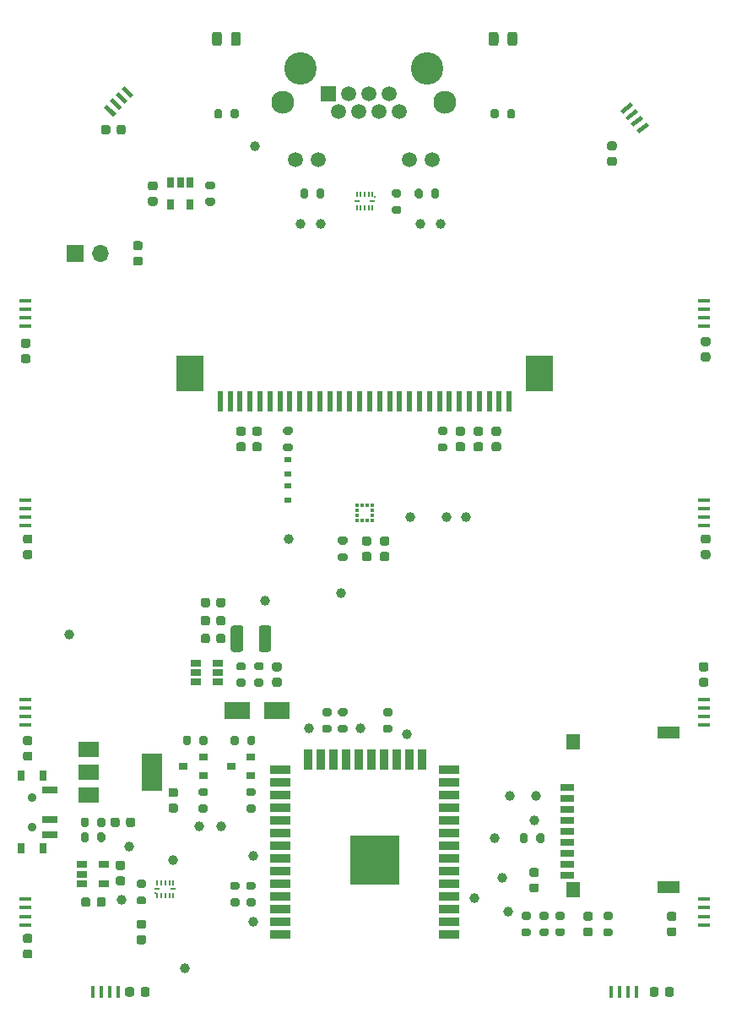
<source format=gbr>
%TF.GenerationSoftware,KiCad,Pcbnew,5.1.10*%
%TF.CreationDate,2021-11-06T23:11:44+01:00*%
%TF.ProjectId,Teebeutel,54656562-6575-4746-956c-2e6b69636164,rev?*%
%TF.SameCoordinates,Original*%
%TF.FileFunction,Soldermask,Top*%
%TF.FilePolarity,Negative*%
%FSLAX46Y46*%
G04 Gerber Fmt 4.6, Leading zero omitted, Abs format (unit mm)*
G04 Created by KiCad (PCBNEW 5.1.10) date 2021-11-06 23:11:44*
%MOMM*%
%LPD*%
G01*
G04 APERTURE LIST*
%ADD10C,1.500000*%
%ADD11C,2.300000*%
%ADD12C,3.250000*%
%ADD13R,1.500000X1.500000*%
%ADD14R,1.060000X0.650000*%
%ADD15R,2.000000X1.500000*%
%ADD16R,2.000000X3.800000*%
%ADD17C,0.100000*%
%ADD18R,0.420000X1.300000*%
%ADD19R,1.300000X0.420000*%
%ADD20R,0.650000X1.060000*%
%ADD21R,0.250000X0.150000*%
%ADD22R,0.600000X0.200000*%
%ADD23R,0.200000X0.600000*%
%ADD24C,1.000000*%
%ADD25R,0.900000X0.800000*%
%ADD26O,1.700000X1.700000*%
%ADD27R,1.700000X1.700000*%
%ADD28R,1.400000X0.700000*%
%ADD29R,1.400000X1.600000*%
%ADD30R,2.200000X1.200000*%
%ADD31R,2.500000X1.800000*%
%ADD32R,0.700000X0.600000*%
%ADD33R,2.000000X0.900000*%
%ADD34R,0.900000X2.000000*%
%ADD35R,5.000000X5.000000*%
%ADD36R,0.800000X1.000000*%
%ADD37R,1.500000X0.700000*%
%ADD38C,0.900000*%
%ADD39R,2.680000X3.600000*%
%ADD40R,0.610000X2.000000*%
%ADD41R,0.350000X0.375000*%
%ADD42R,0.375000X0.350000*%
G04 APERTURE END LIST*
%TO.C,R28*%
G36*
G01*
X140325000Y-67725000D02*
X140325000Y-68275000D01*
G75*
G02*
X140125000Y-68475000I-200000J0D01*
G01*
X139725000Y-68475000D01*
G75*
G02*
X139525000Y-68275000I0J200000D01*
G01*
X139525000Y-67725000D01*
G75*
G02*
X139725000Y-67525000I200000J0D01*
G01*
X140125000Y-67525000D01*
G75*
G02*
X140325000Y-67725000I0J-200000D01*
G01*
G37*
G36*
G01*
X141975000Y-67725000D02*
X141975000Y-68275000D01*
G75*
G02*
X141775000Y-68475000I-200000J0D01*
G01*
X141375000Y-68475000D01*
G75*
G02*
X141175000Y-68275000I0J200000D01*
G01*
X141175000Y-67725000D01*
G75*
G02*
X141375000Y-67525000I200000J0D01*
G01*
X141775000Y-67525000D01*
G75*
G02*
X141975000Y-67725000I0J-200000D01*
G01*
G37*
%TD*%
%TO.C,R27*%
G36*
G01*
X151825000Y-67725000D02*
X151825000Y-68275000D01*
G75*
G02*
X151625000Y-68475000I-200000J0D01*
G01*
X151225000Y-68475000D01*
G75*
G02*
X151025000Y-68275000I0J200000D01*
G01*
X151025000Y-67725000D01*
G75*
G02*
X151225000Y-67525000I200000J0D01*
G01*
X151625000Y-67525000D01*
G75*
G02*
X151825000Y-67725000I0J-200000D01*
G01*
G37*
G36*
G01*
X153475000Y-67725000D02*
X153475000Y-68275000D01*
G75*
G02*
X153275000Y-68475000I-200000J0D01*
G01*
X152875000Y-68475000D01*
G75*
G02*
X152675000Y-68275000I0J200000D01*
G01*
X152675000Y-67725000D01*
G75*
G02*
X152875000Y-67525000I200000J0D01*
G01*
X153275000Y-67525000D01*
G75*
G02*
X153475000Y-67725000I0J-200000D01*
G01*
G37*
%TD*%
D10*
%TO.C,J1*%
X152770000Y-64590000D03*
X150480000Y-64590000D03*
X141340000Y-64590000D03*
X139050000Y-64590000D03*
D11*
X137780000Y-58880000D03*
X154040000Y-58880000D03*
D12*
X152260000Y-55450000D03*
X139560000Y-55450000D03*
D10*
X149462000Y-59770000D03*
X147430000Y-59770000D03*
X145398000Y-59770000D03*
X143366000Y-59770000D03*
X148446000Y-57990000D03*
X146414000Y-57990000D03*
X144382000Y-57990000D03*
D13*
X142350000Y-57990000D03*
%TD*%
%TO.C,D14*%
G36*
G01*
X132580000Y-52956250D02*
X132580000Y-52043750D01*
G75*
G02*
X132823750Y-51800000I243750J0D01*
G01*
X133311250Y-51800000D01*
G75*
G02*
X133555000Y-52043750I0J-243750D01*
G01*
X133555000Y-52956250D01*
G75*
G02*
X133311250Y-53200000I-243750J0D01*
G01*
X132823750Y-53200000D01*
G75*
G02*
X132580000Y-52956250I0J243750D01*
G01*
G37*
G36*
G01*
X130705000Y-52956250D02*
X130705000Y-52043750D01*
G75*
G02*
X130948750Y-51800000I243750J0D01*
G01*
X131436250Y-51800000D01*
G75*
G02*
X131680000Y-52043750I0J-243750D01*
G01*
X131680000Y-52956250D01*
G75*
G02*
X131436250Y-53200000I-243750J0D01*
G01*
X130948750Y-53200000D01*
G75*
G02*
X130705000Y-52956250I0J243750D01*
G01*
G37*
%TD*%
%TO.C,D13*%
G36*
G01*
X160320000Y-52956250D02*
X160320000Y-52043750D01*
G75*
G02*
X160563750Y-51800000I243750J0D01*
G01*
X161051250Y-51800000D01*
G75*
G02*
X161295000Y-52043750I0J-243750D01*
G01*
X161295000Y-52956250D01*
G75*
G02*
X161051250Y-53200000I-243750J0D01*
G01*
X160563750Y-53200000D01*
G75*
G02*
X160320000Y-52956250I0J243750D01*
G01*
G37*
G36*
G01*
X158445000Y-52956250D02*
X158445000Y-52043750D01*
G75*
G02*
X158688750Y-51800000I243750J0D01*
G01*
X159176250Y-51800000D01*
G75*
G02*
X159420000Y-52043750I0J-243750D01*
G01*
X159420000Y-52956250D01*
G75*
G02*
X159176250Y-53200000I-243750J0D01*
G01*
X158688750Y-53200000D01*
G75*
G02*
X158445000Y-52956250I0J243750D01*
G01*
G37*
%TD*%
%TO.C,R26*%
G36*
G01*
X162375000Y-132325000D02*
X162375000Y-132875000D01*
G75*
G02*
X162175000Y-133075000I-200000J0D01*
G01*
X161775000Y-133075000D01*
G75*
G02*
X161575000Y-132875000I0J200000D01*
G01*
X161575000Y-132325000D01*
G75*
G02*
X161775000Y-132125000I200000J0D01*
G01*
X162175000Y-132125000D01*
G75*
G02*
X162375000Y-132325000I0J-200000D01*
G01*
G37*
G36*
G01*
X164025000Y-132325000D02*
X164025000Y-132875000D01*
G75*
G02*
X163825000Y-133075000I-200000J0D01*
G01*
X163425000Y-133075000D01*
G75*
G02*
X163225000Y-132875000I0J200000D01*
G01*
X163225000Y-132325000D01*
G75*
G02*
X163425000Y-132125000I200000J0D01*
G01*
X163825000Y-132125000D01*
G75*
G02*
X164025000Y-132325000I0J-200000D01*
G01*
G37*
%TD*%
%TO.C,R11*%
G36*
G01*
X123325000Y-138425000D02*
X123875000Y-138425000D01*
G75*
G02*
X124075000Y-138625000I0J-200000D01*
G01*
X124075000Y-139025000D01*
G75*
G02*
X123875000Y-139225000I-200000J0D01*
G01*
X123325000Y-139225000D01*
G75*
G02*
X123125000Y-139025000I0J200000D01*
G01*
X123125000Y-138625000D01*
G75*
G02*
X123325000Y-138425000I200000J0D01*
G01*
G37*
G36*
G01*
X123325000Y-136775000D02*
X123875000Y-136775000D01*
G75*
G02*
X124075000Y-136975000I0J-200000D01*
G01*
X124075000Y-137375000D01*
G75*
G02*
X123875000Y-137575000I-200000J0D01*
G01*
X123325000Y-137575000D01*
G75*
G02*
X123125000Y-137375000I0J200000D01*
G01*
X123125000Y-136975000D01*
G75*
G02*
X123325000Y-136775000I200000J0D01*
G01*
G37*
%TD*%
D14*
%TO.C,U8*%
X119800000Y-135250000D03*
X119800000Y-137150000D03*
X117600000Y-137150000D03*
X117600000Y-136200000D03*
X117600000Y-135250000D03*
%TD*%
D15*
%TO.C,U10*%
X118350000Y-123700000D03*
X118350000Y-128300000D03*
X118350000Y-126000000D03*
D16*
X124650000Y-126000000D03*
%TD*%
D17*
%TO.C,D12*%
G36*
X120793966Y-60261357D02*
G01*
X119843206Y-59374759D01*
X120129646Y-59067591D01*
X121080406Y-59954189D01*
X120793966Y-60261357D01*
G37*
G36*
X121373664Y-59639707D02*
G01*
X120422904Y-58753109D01*
X120709344Y-58445941D01*
X121660104Y-59332539D01*
X121373664Y-59639707D01*
G37*
G36*
X121953363Y-59018056D02*
G01*
X121002603Y-58131458D01*
X121289043Y-57824290D01*
X122239803Y-58710888D01*
X121953363Y-59018056D01*
G37*
G36*
X122533062Y-58396405D02*
G01*
X121582302Y-57509807D01*
X121868742Y-57202639D01*
X122819502Y-58089237D01*
X122533062Y-58396405D01*
G37*
%TD*%
D18*
%TO.C,D11*%
X173275000Y-148000000D03*
X172425000Y-148000000D03*
X171575000Y-148000000D03*
X170725000Y-148000000D03*
%TD*%
D19*
%TO.C,D10*%
X112000000Y-81275000D03*
X112000000Y-80425000D03*
X112000000Y-79575000D03*
X112000000Y-78725000D03*
%TD*%
%TO.C,D9*%
X180000000Y-138725000D03*
X180000000Y-139575000D03*
X180000000Y-140425000D03*
X180000000Y-141275000D03*
%TD*%
%TO.C,D8*%
X112000000Y-101275000D03*
X112000000Y-100425000D03*
X112000000Y-99575000D03*
X112000000Y-98725000D03*
%TD*%
%TO.C,D7*%
X180000000Y-118725000D03*
X180000000Y-119575000D03*
X180000000Y-120425000D03*
X180000000Y-121275000D03*
%TD*%
%TO.C,D6*%
X112000000Y-121275000D03*
X112000000Y-120425000D03*
X112000000Y-119575000D03*
X112000000Y-118725000D03*
%TD*%
%TO.C,D5*%
X180000000Y-98725000D03*
X180000000Y-99575000D03*
X180000000Y-100425000D03*
X180000000Y-101275000D03*
%TD*%
%TO.C,D4*%
X112000000Y-141275000D03*
X112000000Y-140425000D03*
X112000000Y-139575000D03*
X112000000Y-138725000D03*
%TD*%
%TO.C,D3*%
X180000000Y-78725000D03*
X180000000Y-79575000D03*
X180000000Y-80425000D03*
X180000000Y-81275000D03*
%TD*%
D18*
%TO.C,D2*%
X121275000Y-148000000D03*
X120425000Y-148000000D03*
X119575000Y-148000000D03*
X118725000Y-148000000D03*
%TD*%
D17*
%TO.C,D1*%
G36*
X171634263Y-59664976D02*
G01*
X172651653Y-58855707D01*
X172913109Y-59184402D01*
X171895719Y-59993671D01*
X171634263Y-59664976D01*
G37*
G36*
X172163400Y-60330193D02*
G01*
X173180790Y-59520924D01*
X173442246Y-59849619D01*
X172424856Y-60658888D01*
X172163400Y-60330193D01*
G37*
G36*
X172692538Y-60995410D02*
G01*
X173709928Y-60186141D01*
X173971384Y-60514836D01*
X172953994Y-61324105D01*
X172692538Y-60995410D01*
G37*
G36*
X173221675Y-61660627D02*
G01*
X174239065Y-60851358D01*
X174500521Y-61180053D01*
X173483131Y-61989322D01*
X173221675Y-61660627D01*
G37*
%TD*%
D14*
%TO.C,U9*%
X129100000Y-116000000D03*
X129100000Y-116950000D03*
X129100000Y-115050000D03*
X131300000Y-115050000D03*
X131300000Y-116000000D03*
X131300000Y-116950000D03*
%TD*%
D20*
%TO.C,U7*%
X128450000Y-69100000D03*
X126550000Y-69100000D03*
X126550000Y-66900000D03*
X127500000Y-66900000D03*
X128450000Y-66900000D03*
%TD*%
D21*
%TO.C,U4*%
X125025000Y-138125000D03*
D22*
X125200000Y-137700000D03*
D23*
X125200000Y-137050000D03*
X125600000Y-137050000D03*
X126000000Y-137050000D03*
X126400000Y-137050000D03*
X126800000Y-137050000D03*
D22*
X126800000Y-137700000D03*
D23*
X126800000Y-138350000D03*
X126400000Y-138350000D03*
X126000000Y-138350000D03*
X125600000Y-138350000D03*
X125200000Y-138350000D03*
%TD*%
D21*
%TO.C,U3*%
X146975000Y-68325000D03*
D22*
X146800000Y-68750000D03*
D23*
X146800000Y-69400000D03*
X146400000Y-69400000D03*
X146000000Y-69400000D03*
X145600000Y-69400000D03*
X145200000Y-69400000D03*
D22*
X145200000Y-68750000D03*
D23*
X145200000Y-68100000D03*
X145600000Y-68100000D03*
X146000000Y-68100000D03*
X146400000Y-68100000D03*
X146800000Y-68100000D03*
%TD*%
D24*
%TO.C,TP30*%
X116400000Y-112200000D03*
%TD*%
%TO.C,TP29*%
X156200000Y-100400000D03*
%TD*%
%TO.C,TP28*%
X143600000Y-108000000D03*
%TD*%
%TO.C,TP27*%
X138400000Y-102600000D03*
%TD*%
%TO.C,TP26*%
X154200000Y-100400000D03*
%TD*%
%TO.C,TP25*%
X150600000Y-100400000D03*
%TD*%
%TO.C,TP24*%
X136000000Y-108800000D03*
%TD*%
%TO.C,TP23*%
X121600000Y-138800000D03*
%TD*%
%TO.C,TP22*%
X157000000Y-138600000D03*
%TD*%
%TO.C,TP21*%
X135000000Y-63250000D03*
%TD*%
%TO.C,TP20*%
X163000000Y-130800000D03*
%TD*%
%TO.C,TP19*%
X160600000Y-128400000D03*
%TD*%
%TO.C,TP18*%
X159000000Y-132600000D03*
%TD*%
%TO.C,TP17*%
X163200000Y-128400000D03*
%TD*%
%TO.C,TP16*%
X126800000Y-134800000D03*
%TD*%
%TO.C,TP15*%
X122400000Y-133400000D03*
%TD*%
%TO.C,TP14*%
X159800000Y-136600000D03*
%TD*%
%TO.C,TP13*%
X160400000Y-140000000D03*
%TD*%
%TO.C,TP12*%
X134800000Y-141000000D03*
%TD*%
%TO.C,TP11*%
X139600000Y-71000000D03*
%TD*%
%TO.C,TP10*%
X141600000Y-71000000D03*
%TD*%
%TO.C,TP9*%
X153600000Y-71000000D03*
%TD*%
%TO.C,TP8*%
X151600000Y-71000000D03*
%TD*%
%TO.C,TP7*%
X150200000Y-122200000D03*
%TD*%
%TO.C,TP6*%
X145600000Y-121600000D03*
%TD*%
%TO.C,TP5*%
X134800000Y-134400000D03*
%TD*%
%TO.C,TP4*%
X140400000Y-121600000D03*
%TD*%
%TO.C,TP3*%
X131600000Y-131400000D03*
%TD*%
%TO.C,TP2*%
X128000000Y-145600000D03*
%TD*%
%TO.C,TP1*%
X129400000Y-131400000D03*
%TD*%
%TO.C,R25*%
G36*
G01*
X133325000Y-116625000D02*
X133875000Y-116625000D01*
G75*
G02*
X134075000Y-116825000I0J-200000D01*
G01*
X134075000Y-117225000D01*
G75*
G02*
X133875000Y-117425000I-200000J0D01*
G01*
X133325000Y-117425000D01*
G75*
G02*
X133125000Y-117225000I0J200000D01*
G01*
X133125000Y-116825000D01*
G75*
G02*
X133325000Y-116625000I200000J0D01*
G01*
G37*
G36*
G01*
X133325000Y-114975000D02*
X133875000Y-114975000D01*
G75*
G02*
X134075000Y-115175000I0J-200000D01*
G01*
X134075000Y-115575000D01*
G75*
G02*
X133875000Y-115775000I-200000J0D01*
G01*
X133325000Y-115775000D01*
G75*
G02*
X133125000Y-115575000I0J200000D01*
G01*
X133125000Y-115175000D01*
G75*
G02*
X133325000Y-114975000I200000J0D01*
G01*
G37*
%TD*%
%TO.C,R24*%
G36*
G01*
X135125000Y-116625000D02*
X135675000Y-116625000D01*
G75*
G02*
X135875000Y-116825000I0J-200000D01*
G01*
X135875000Y-117225000D01*
G75*
G02*
X135675000Y-117425000I-200000J0D01*
G01*
X135125000Y-117425000D01*
G75*
G02*
X134925000Y-117225000I0J200000D01*
G01*
X134925000Y-116825000D01*
G75*
G02*
X135125000Y-116625000I200000J0D01*
G01*
G37*
G36*
G01*
X135125000Y-114975000D02*
X135675000Y-114975000D01*
G75*
G02*
X135875000Y-115175000I0J-200000D01*
G01*
X135875000Y-115575000D01*
G75*
G02*
X135675000Y-115775000I-200000J0D01*
G01*
X135125000Y-115775000D01*
G75*
G02*
X134925000Y-115575000I0J200000D01*
G01*
X134925000Y-115175000D01*
G75*
G02*
X135125000Y-114975000I200000J0D01*
G01*
G37*
%TD*%
%TO.C,R23*%
G36*
G01*
X153525000Y-93025000D02*
X154075000Y-93025000D01*
G75*
G02*
X154275000Y-93225000I0J-200000D01*
G01*
X154275000Y-93625000D01*
G75*
G02*
X154075000Y-93825000I-200000J0D01*
G01*
X153525000Y-93825000D01*
G75*
G02*
X153325000Y-93625000I0J200000D01*
G01*
X153325000Y-93225000D01*
G75*
G02*
X153525000Y-93025000I200000J0D01*
G01*
G37*
G36*
G01*
X153525000Y-91375000D02*
X154075000Y-91375000D01*
G75*
G02*
X154275000Y-91575000I0J-200000D01*
G01*
X154275000Y-91975000D01*
G75*
G02*
X154075000Y-92175000I-200000J0D01*
G01*
X153525000Y-92175000D01*
G75*
G02*
X153325000Y-91975000I0J200000D01*
G01*
X153325000Y-91575000D01*
G75*
G02*
X153525000Y-91375000I200000J0D01*
G01*
G37*
%TD*%
%TO.C,R22*%
G36*
G01*
X138575000Y-92175000D02*
X138025000Y-92175000D01*
G75*
G02*
X137825000Y-91975000I0J200000D01*
G01*
X137825000Y-91575000D01*
G75*
G02*
X138025000Y-91375000I200000J0D01*
G01*
X138575000Y-91375000D01*
G75*
G02*
X138775000Y-91575000I0J-200000D01*
G01*
X138775000Y-91975000D01*
G75*
G02*
X138575000Y-92175000I-200000J0D01*
G01*
G37*
G36*
G01*
X138575000Y-93825000D02*
X138025000Y-93825000D01*
G75*
G02*
X137825000Y-93625000I0J200000D01*
G01*
X137825000Y-93225000D01*
G75*
G02*
X138025000Y-93025000I200000J0D01*
G01*
X138575000Y-93025000D01*
G75*
G02*
X138775000Y-93225000I0J-200000D01*
G01*
X138775000Y-93625000D01*
G75*
G02*
X138575000Y-93825000I-200000J0D01*
G01*
G37*
%TD*%
%TO.C,R21*%
G36*
G01*
X118325000Y-132225000D02*
X118325000Y-132775000D01*
G75*
G02*
X118125000Y-132975000I-200000J0D01*
G01*
X117725000Y-132975000D01*
G75*
G02*
X117525000Y-132775000I0J200000D01*
G01*
X117525000Y-132225000D01*
G75*
G02*
X117725000Y-132025000I200000J0D01*
G01*
X118125000Y-132025000D01*
G75*
G02*
X118325000Y-132225000I0J-200000D01*
G01*
G37*
G36*
G01*
X119975000Y-132225000D02*
X119975000Y-132775000D01*
G75*
G02*
X119775000Y-132975000I-200000J0D01*
G01*
X119375000Y-132975000D01*
G75*
G02*
X119175000Y-132775000I0J200000D01*
G01*
X119175000Y-132225000D01*
G75*
G02*
X119375000Y-132025000I200000J0D01*
G01*
X119775000Y-132025000D01*
G75*
G02*
X119975000Y-132225000I0J-200000D01*
G01*
G37*
%TD*%
%TO.C,R20*%
G36*
G01*
X119175000Y-131275000D02*
X119175000Y-130725000D01*
G75*
G02*
X119375000Y-130525000I200000J0D01*
G01*
X119775000Y-130525000D01*
G75*
G02*
X119975000Y-130725000I0J-200000D01*
G01*
X119975000Y-131275000D01*
G75*
G02*
X119775000Y-131475000I-200000J0D01*
G01*
X119375000Y-131475000D01*
G75*
G02*
X119175000Y-131275000I0J200000D01*
G01*
G37*
G36*
G01*
X117525000Y-131275000D02*
X117525000Y-130725000D01*
G75*
G02*
X117725000Y-130525000I200000J0D01*
G01*
X118125000Y-130525000D01*
G75*
G02*
X118325000Y-130725000I0J-200000D01*
G01*
X118325000Y-131275000D01*
G75*
G02*
X118125000Y-131475000I-200000J0D01*
G01*
X117725000Y-131475000D01*
G75*
G02*
X117525000Y-131275000I0J200000D01*
G01*
G37*
%TD*%
%TO.C,R19*%
G36*
G01*
X132555000Y-60275000D02*
X132555000Y-59725000D01*
G75*
G02*
X132755000Y-59525000I200000J0D01*
G01*
X133155000Y-59525000D01*
G75*
G02*
X133355000Y-59725000I0J-200000D01*
G01*
X133355000Y-60275000D01*
G75*
G02*
X133155000Y-60475000I-200000J0D01*
G01*
X132755000Y-60475000D01*
G75*
G02*
X132555000Y-60275000I0J200000D01*
G01*
G37*
G36*
G01*
X130905000Y-60275000D02*
X130905000Y-59725000D01*
G75*
G02*
X131105000Y-59525000I200000J0D01*
G01*
X131505000Y-59525000D01*
G75*
G02*
X131705000Y-59725000I0J-200000D01*
G01*
X131705000Y-60275000D01*
G75*
G02*
X131505000Y-60475000I-200000J0D01*
G01*
X131105000Y-60475000D01*
G75*
G02*
X130905000Y-60275000I0J200000D01*
G01*
G37*
%TD*%
%TO.C,R18*%
G36*
G01*
X160295000Y-60275000D02*
X160295000Y-59725000D01*
G75*
G02*
X160495000Y-59525000I200000J0D01*
G01*
X160895000Y-59525000D01*
G75*
G02*
X161095000Y-59725000I0J-200000D01*
G01*
X161095000Y-60275000D01*
G75*
G02*
X160895000Y-60475000I-200000J0D01*
G01*
X160495000Y-60475000D01*
G75*
G02*
X160295000Y-60275000I0J200000D01*
G01*
G37*
G36*
G01*
X158645000Y-60275000D02*
X158645000Y-59725000D01*
G75*
G02*
X158845000Y-59525000I200000J0D01*
G01*
X159245000Y-59525000D01*
G75*
G02*
X159445000Y-59725000I0J-200000D01*
G01*
X159445000Y-60275000D01*
G75*
G02*
X159245000Y-60475000I-200000J0D01*
G01*
X158845000Y-60475000D01*
G75*
G02*
X158645000Y-60275000I0J200000D01*
G01*
G37*
%TD*%
%TO.C,R17*%
G36*
G01*
X170125000Y-141625000D02*
X170675000Y-141625000D01*
G75*
G02*
X170875000Y-141825000I0J-200000D01*
G01*
X170875000Y-142225000D01*
G75*
G02*
X170675000Y-142425000I-200000J0D01*
G01*
X170125000Y-142425000D01*
G75*
G02*
X169925000Y-142225000I0J200000D01*
G01*
X169925000Y-141825000D01*
G75*
G02*
X170125000Y-141625000I200000J0D01*
G01*
G37*
G36*
G01*
X170125000Y-139975000D02*
X170675000Y-139975000D01*
G75*
G02*
X170875000Y-140175000I0J-200000D01*
G01*
X170875000Y-140575000D01*
G75*
G02*
X170675000Y-140775000I-200000J0D01*
G01*
X170125000Y-140775000D01*
G75*
G02*
X169925000Y-140575000I0J200000D01*
G01*
X169925000Y-140175000D01*
G75*
G02*
X170125000Y-139975000I200000J0D01*
G01*
G37*
%TD*%
%TO.C,R16*%
G36*
G01*
X130775000Y-67575000D02*
X130225000Y-67575000D01*
G75*
G02*
X130025000Y-67375000I0J200000D01*
G01*
X130025000Y-66975000D01*
G75*
G02*
X130225000Y-66775000I200000J0D01*
G01*
X130775000Y-66775000D01*
G75*
G02*
X130975000Y-66975000I0J-200000D01*
G01*
X130975000Y-67375000D01*
G75*
G02*
X130775000Y-67575000I-200000J0D01*
G01*
G37*
G36*
G01*
X130775000Y-69225000D02*
X130225000Y-69225000D01*
G75*
G02*
X130025000Y-69025000I0J200000D01*
G01*
X130025000Y-68625000D01*
G75*
G02*
X130225000Y-68425000I200000J0D01*
G01*
X130775000Y-68425000D01*
G75*
G02*
X130975000Y-68625000I0J-200000D01*
G01*
X130975000Y-69025000D01*
G75*
G02*
X130775000Y-69225000I-200000J0D01*
G01*
G37*
%TD*%
%TO.C,R15*%
G36*
G01*
X164275000Y-140775000D02*
X163725000Y-140775000D01*
G75*
G02*
X163525000Y-140575000I0J200000D01*
G01*
X163525000Y-140175000D01*
G75*
G02*
X163725000Y-139975000I200000J0D01*
G01*
X164275000Y-139975000D01*
G75*
G02*
X164475000Y-140175000I0J-200000D01*
G01*
X164475000Y-140575000D01*
G75*
G02*
X164275000Y-140775000I-200000J0D01*
G01*
G37*
G36*
G01*
X164275000Y-142425000D02*
X163725000Y-142425000D01*
G75*
G02*
X163525000Y-142225000I0J200000D01*
G01*
X163525000Y-141825000D01*
G75*
G02*
X163725000Y-141625000I200000J0D01*
G01*
X164275000Y-141625000D01*
G75*
G02*
X164475000Y-141825000I0J-200000D01*
G01*
X164475000Y-142225000D01*
G75*
G02*
X164275000Y-142425000I-200000J0D01*
G01*
G37*
%TD*%
%TO.C,R14*%
G36*
G01*
X165325000Y-141625000D02*
X165875000Y-141625000D01*
G75*
G02*
X166075000Y-141825000I0J-200000D01*
G01*
X166075000Y-142225000D01*
G75*
G02*
X165875000Y-142425000I-200000J0D01*
G01*
X165325000Y-142425000D01*
G75*
G02*
X165125000Y-142225000I0J200000D01*
G01*
X165125000Y-141825000D01*
G75*
G02*
X165325000Y-141625000I200000J0D01*
G01*
G37*
G36*
G01*
X165325000Y-139975000D02*
X165875000Y-139975000D01*
G75*
G02*
X166075000Y-140175000I0J-200000D01*
G01*
X166075000Y-140575000D01*
G75*
G02*
X165875000Y-140775000I-200000J0D01*
G01*
X165325000Y-140775000D01*
G75*
G02*
X165125000Y-140575000I0J200000D01*
G01*
X165125000Y-140175000D01*
G75*
G02*
X165325000Y-139975000I200000J0D01*
G01*
G37*
%TD*%
%TO.C,R13*%
G36*
G01*
X162475000Y-140775000D02*
X161925000Y-140775000D01*
G75*
G02*
X161725000Y-140575000I0J200000D01*
G01*
X161725000Y-140175000D01*
G75*
G02*
X161925000Y-139975000I200000J0D01*
G01*
X162475000Y-139975000D01*
G75*
G02*
X162675000Y-140175000I0J-200000D01*
G01*
X162675000Y-140575000D01*
G75*
G02*
X162475000Y-140775000I-200000J0D01*
G01*
G37*
G36*
G01*
X162475000Y-142425000D02*
X161925000Y-142425000D01*
G75*
G02*
X161725000Y-142225000I0J200000D01*
G01*
X161725000Y-141825000D01*
G75*
G02*
X161925000Y-141625000I200000J0D01*
G01*
X162475000Y-141625000D01*
G75*
G02*
X162675000Y-141825000I0J-200000D01*
G01*
X162675000Y-142225000D01*
G75*
G02*
X162475000Y-142425000I-200000J0D01*
G01*
G37*
%TD*%
%TO.C,R12*%
G36*
G01*
X133275000Y-137775000D02*
X132725000Y-137775000D01*
G75*
G02*
X132525000Y-137575000I0J200000D01*
G01*
X132525000Y-137175000D01*
G75*
G02*
X132725000Y-136975000I200000J0D01*
G01*
X133275000Y-136975000D01*
G75*
G02*
X133475000Y-137175000I0J-200000D01*
G01*
X133475000Y-137575000D01*
G75*
G02*
X133275000Y-137775000I-200000J0D01*
G01*
G37*
G36*
G01*
X133275000Y-139425000D02*
X132725000Y-139425000D01*
G75*
G02*
X132525000Y-139225000I0J200000D01*
G01*
X132525000Y-138825000D01*
G75*
G02*
X132725000Y-138625000I200000J0D01*
G01*
X133275000Y-138625000D01*
G75*
G02*
X133475000Y-138825000I0J-200000D01*
G01*
X133475000Y-139225000D01*
G75*
G02*
X133275000Y-139425000I-200000J0D01*
G01*
G37*
%TD*%
%TO.C,R10*%
G36*
G01*
X148025000Y-121225000D02*
X148575000Y-121225000D01*
G75*
G02*
X148775000Y-121425000I0J-200000D01*
G01*
X148775000Y-121825000D01*
G75*
G02*
X148575000Y-122025000I-200000J0D01*
G01*
X148025000Y-122025000D01*
G75*
G02*
X147825000Y-121825000I0J200000D01*
G01*
X147825000Y-121425000D01*
G75*
G02*
X148025000Y-121225000I200000J0D01*
G01*
G37*
G36*
G01*
X148025000Y-119575000D02*
X148575000Y-119575000D01*
G75*
G02*
X148775000Y-119775000I0J-200000D01*
G01*
X148775000Y-120175000D01*
G75*
G02*
X148575000Y-120375000I-200000J0D01*
G01*
X148025000Y-120375000D01*
G75*
G02*
X147825000Y-120175000I0J200000D01*
G01*
X147825000Y-119775000D01*
G75*
G02*
X148025000Y-119575000I200000J0D01*
G01*
G37*
%TD*%
%TO.C,R9*%
G36*
G01*
X143525000Y-121225000D02*
X144075000Y-121225000D01*
G75*
G02*
X144275000Y-121425000I0J-200000D01*
G01*
X144275000Y-121825000D01*
G75*
G02*
X144075000Y-122025000I-200000J0D01*
G01*
X143525000Y-122025000D01*
G75*
G02*
X143325000Y-121825000I0J200000D01*
G01*
X143325000Y-121425000D01*
G75*
G02*
X143525000Y-121225000I200000J0D01*
G01*
G37*
G36*
G01*
X143525000Y-119575000D02*
X144075000Y-119575000D01*
G75*
G02*
X144275000Y-119775000I0J-200000D01*
G01*
X144275000Y-120175000D01*
G75*
G02*
X144075000Y-120375000I-200000J0D01*
G01*
X143525000Y-120375000D01*
G75*
G02*
X143325000Y-120175000I0J200000D01*
G01*
X143325000Y-119775000D01*
G75*
G02*
X143525000Y-119575000I200000J0D01*
G01*
G37*
%TD*%
%TO.C,R8*%
G36*
G01*
X134875000Y-137775000D02*
X134325000Y-137775000D01*
G75*
G02*
X134125000Y-137575000I0J200000D01*
G01*
X134125000Y-137175000D01*
G75*
G02*
X134325000Y-136975000I200000J0D01*
G01*
X134875000Y-136975000D01*
G75*
G02*
X135075000Y-137175000I0J-200000D01*
G01*
X135075000Y-137575000D01*
G75*
G02*
X134875000Y-137775000I-200000J0D01*
G01*
G37*
G36*
G01*
X134875000Y-139425000D02*
X134325000Y-139425000D01*
G75*
G02*
X134125000Y-139225000I0J200000D01*
G01*
X134125000Y-138825000D01*
G75*
G02*
X134325000Y-138625000I200000J0D01*
G01*
X134875000Y-138625000D01*
G75*
G02*
X135075000Y-138825000I0J-200000D01*
G01*
X135075000Y-139225000D01*
G75*
G02*
X134875000Y-139425000I-200000J0D01*
G01*
G37*
%TD*%
%TO.C,R7*%
G36*
G01*
X148925000Y-69225000D02*
X149475000Y-69225000D01*
G75*
G02*
X149675000Y-69425000I0J-200000D01*
G01*
X149675000Y-69825000D01*
G75*
G02*
X149475000Y-70025000I-200000J0D01*
G01*
X148925000Y-70025000D01*
G75*
G02*
X148725000Y-69825000I0J200000D01*
G01*
X148725000Y-69425000D01*
G75*
G02*
X148925000Y-69225000I200000J0D01*
G01*
G37*
G36*
G01*
X148925000Y-67575000D02*
X149475000Y-67575000D01*
G75*
G02*
X149675000Y-67775000I0J-200000D01*
G01*
X149675000Y-68175000D01*
G75*
G02*
X149475000Y-68375000I-200000J0D01*
G01*
X148925000Y-68375000D01*
G75*
G02*
X148725000Y-68175000I0J200000D01*
G01*
X148725000Y-67775000D01*
G75*
G02*
X148925000Y-67575000I200000J0D01*
G01*
G37*
%TD*%
%TO.C,R6*%
G36*
G01*
X141925000Y-121225000D02*
X142475000Y-121225000D01*
G75*
G02*
X142675000Y-121425000I0J-200000D01*
G01*
X142675000Y-121825000D01*
G75*
G02*
X142475000Y-122025000I-200000J0D01*
G01*
X141925000Y-122025000D01*
G75*
G02*
X141725000Y-121825000I0J200000D01*
G01*
X141725000Y-121425000D01*
G75*
G02*
X141925000Y-121225000I200000J0D01*
G01*
G37*
G36*
G01*
X141925000Y-119575000D02*
X142475000Y-119575000D01*
G75*
G02*
X142675000Y-119775000I0J-200000D01*
G01*
X142675000Y-120175000D01*
G75*
G02*
X142475000Y-120375000I-200000J0D01*
G01*
X141925000Y-120375000D01*
G75*
G02*
X141725000Y-120175000I0J200000D01*
G01*
X141725000Y-119775000D01*
G75*
G02*
X141925000Y-119575000I200000J0D01*
G01*
G37*
%TD*%
%TO.C,R5*%
G36*
G01*
X134325000Y-129225000D02*
X134875000Y-129225000D01*
G75*
G02*
X135075000Y-129425000I0J-200000D01*
G01*
X135075000Y-129825000D01*
G75*
G02*
X134875000Y-130025000I-200000J0D01*
G01*
X134325000Y-130025000D01*
G75*
G02*
X134125000Y-129825000I0J200000D01*
G01*
X134125000Y-129425000D01*
G75*
G02*
X134325000Y-129225000I200000J0D01*
G01*
G37*
G36*
G01*
X134325000Y-127575000D02*
X134875000Y-127575000D01*
G75*
G02*
X135075000Y-127775000I0J-200000D01*
G01*
X135075000Y-128175000D01*
G75*
G02*
X134875000Y-128375000I-200000J0D01*
G01*
X134325000Y-128375000D01*
G75*
G02*
X134125000Y-128175000I0J200000D01*
G01*
X134125000Y-127775000D01*
G75*
G02*
X134325000Y-127575000I200000J0D01*
G01*
G37*
%TD*%
%TO.C,R4*%
G36*
G01*
X129525000Y-129225000D02*
X130075000Y-129225000D01*
G75*
G02*
X130275000Y-129425000I0J-200000D01*
G01*
X130275000Y-129825000D01*
G75*
G02*
X130075000Y-130025000I-200000J0D01*
G01*
X129525000Y-130025000D01*
G75*
G02*
X129325000Y-129825000I0J200000D01*
G01*
X129325000Y-129425000D01*
G75*
G02*
X129525000Y-129225000I200000J0D01*
G01*
G37*
G36*
G01*
X129525000Y-127575000D02*
X130075000Y-127575000D01*
G75*
G02*
X130275000Y-127775000I0J-200000D01*
G01*
X130275000Y-128175000D01*
G75*
G02*
X130075000Y-128375000I-200000J0D01*
G01*
X129525000Y-128375000D01*
G75*
G02*
X129325000Y-128175000I0J200000D01*
G01*
X129325000Y-127775000D01*
G75*
G02*
X129525000Y-127575000I200000J0D01*
G01*
G37*
%TD*%
%TO.C,R3*%
G36*
G01*
X134225000Y-123075000D02*
X134225000Y-122525000D01*
G75*
G02*
X134425000Y-122325000I200000J0D01*
G01*
X134825000Y-122325000D01*
G75*
G02*
X135025000Y-122525000I0J-200000D01*
G01*
X135025000Y-123075000D01*
G75*
G02*
X134825000Y-123275000I-200000J0D01*
G01*
X134425000Y-123275000D01*
G75*
G02*
X134225000Y-123075000I0J200000D01*
G01*
G37*
G36*
G01*
X132575000Y-123075000D02*
X132575000Y-122525000D01*
G75*
G02*
X132775000Y-122325000I200000J0D01*
G01*
X133175000Y-122325000D01*
G75*
G02*
X133375000Y-122525000I0J-200000D01*
G01*
X133375000Y-123075000D01*
G75*
G02*
X133175000Y-123275000I-200000J0D01*
G01*
X132775000Y-123275000D01*
G75*
G02*
X132575000Y-123075000I0J200000D01*
G01*
G37*
%TD*%
%TO.C,R2*%
G36*
G01*
X129425000Y-123075000D02*
X129425000Y-122525000D01*
G75*
G02*
X129625000Y-122325000I200000J0D01*
G01*
X130025000Y-122325000D01*
G75*
G02*
X130225000Y-122525000I0J-200000D01*
G01*
X130225000Y-123075000D01*
G75*
G02*
X130025000Y-123275000I-200000J0D01*
G01*
X129625000Y-123275000D01*
G75*
G02*
X129425000Y-123075000I0J200000D01*
G01*
G37*
G36*
G01*
X127775000Y-123075000D02*
X127775000Y-122525000D01*
G75*
G02*
X127975000Y-122325000I200000J0D01*
G01*
X128375000Y-122325000D01*
G75*
G02*
X128575000Y-122525000I0J-200000D01*
G01*
X128575000Y-123075000D01*
G75*
G02*
X128375000Y-123275000I-200000J0D01*
G01*
X127975000Y-123275000D01*
G75*
G02*
X127775000Y-123075000I0J200000D01*
G01*
G37*
%TD*%
%TO.C,R1*%
G36*
G01*
X144075000Y-103175000D02*
X143525000Y-103175000D01*
G75*
G02*
X143325000Y-102975000I0J200000D01*
G01*
X143325000Y-102575000D01*
G75*
G02*
X143525000Y-102375000I200000J0D01*
G01*
X144075000Y-102375000D01*
G75*
G02*
X144275000Y-102575000I0J-200000D01*
G01*
X144275000Y-102975000D01*
G75*
G02*
X144075000Y-103175000I-200000J0D01*
G01*
G37*
G36*
G01*
X144075000Y-104825000D02*
X143525000Y-104825000D01*
G75*
G02*
X143325000Y-104625000I0J200000D01*
G01*
X143325000Y-104225000D01*
G75*
G02*
X143525000Y-104025000I200000J0D01*
G01*
X144075000Y-104025000D01*
G75*
G02*
X144275000Y-104225000I0J-200000D01*
G01*
X144275000Y-104625000D01*
G75*
G02*
X144075000Y-104825000I-200000J0D01*
G01*
G37*
%TD*%
D25*
%TO.C,Q2*%
X132600000Y-125400000D03*
X134600000Y-124450000D03*
X134600000Y-126350000D03*
%TD*%
%TO.C,Q1*%
X127800000Y-125400000D03*
X129800000Y-124450000D03*
X129800000Y-126350000D03*
%TD*%
%TO.C,L1*%
G36*
G01*
X135375000Y-113675000D02*
X135375000Y-111525000D01*
G75*
G02*
X135625000Y-111275000I250000J0D01*
G01*
X136375000Y-111275000D01*
G75*
G02*
X136625000Y-111525000I0J-250000D01*
G01*
X136625000Y-113675000D01*
G75*
G02*
X136375000Y-113925000I-250000J0D01*
G01*
X135625000Y-113925000D01*
G75*
G02*
X135375000Y-113675000I0J250000D01*
G01*
G37*
G36*
G01*
X132575000Y-113675000D02*
X132575000Y-111525000D01*
G75*
G02*
X132825000Y-111275000I250000J0D01*
G01*
X133575000Y-111275000D01*
G75*
G02*
X133825000Y-111525000I0J-250000D01*
G01*
X133825000Y-113675000D01*
G75*
G02*
X133575000Y-113925000I-250000J0D01*
G01*
X132825000Y-113925000D01*
G75*
G02*
X132575000Y-113675000I0J250000D01*
G01*
G37*
%TD*%
D26*
%TO.C,J3*%
X119540000Y-74000000D03*
D27*
X117000000Y-74000000D03*
%TD*%
D28*
%TO.C,J2*%
X166300000Y-127525000D03*
X166300000Y-128625000D03*
X166300000Y-129725000D03*
X166300000Y-130825000D03*
X166300000Y-131925000D03*
X166300000Y-133025000D03*
X166300000Y-134125000D03*
X166300000Y-135225000D03*
X166300000Y-136325000D03*
D29*
X166900000Y-137775000D03*
X166900000Y-122925000D03*
D30*
X176500000Y-137525000D03*
X176500000Y-122025000D03*
%TD*%
D31*
%TO.C,D17*%
X133200000Y-119800000D03*
X137200000Y-119800000D03*
%TD*%
D32*
%TO.C,D16*%
X138300000Y-98700000D03*
X138300000Y-97300000D03*
%TD*%
%TO.C,D15*%
X138300000Y-96100000D03*
X138300000Y-94700000D03*
%TD*%
%TO.C,C32*%
G36*
G01*
X123350000Y-142325000D02*
X123850000Y-142325000D01*
G75*
G02*
X124075000Y-142550000I0J-225000D01*
G01*
X124075000Y-143000000D01*
G75*
G02*
X123850000Y-143225000I-225000J0D01*
G01*
X123350000Y-143225000D01*
G75*
G02*
X123125000Y-143000000I0J225000D01*
G01*
X123125000Y-142550000D01*
G75*
G02*
X123350000Y-142325000I225000J0D01*
G01*
G37*
G36*
G01*
X123350000Y-140775000D02*
X123850000Y-140775000D01*
G75*
G02*
X124075000Y-141000000I0J-225000D01*
G01*
X124075000Y-141450000D01*
G75*
G02*
X123850000Y-141675000I-225000J0D01*
G01*
X123350000Y-141675000D01*
G75*
G02*
X123125000Y-141450000I0J225000D01*
G01*
X123125000Y-141000000D01*
G75*
G02*
X123350000Y-140775000I225000J0D01*
G01*
G37*
%TD*%
%TO.C,C31*%
G36*
G01*
X137450000Y-115875000D02*
X136950000Y-115875000D01*
G75*
G02*
X136725000Y-115650000I0J225000D01*
G01*
X136725000Y-115200000D01*
G75*
G02*
X136950000Y-114975000I225000J0D01*
G01*
X137450000Y-114975000D01*
G75*
G02*
X137675000Y-115200000I0J-225000D01*
G01*
X137675000Y-115650000D01*
G75*
G02*
X137450000Y-115875000I-225000J0D01*
G01*
G37*
G36*
G01*
X137450000Y-117425000D02*
X136950000Y-117425000D01*
G75*
G02*
X136725000Y-117200000I0J225000D01*
G01*
X136725000Y-116750000D01*
G75*
G02*
X136950000Y-116525000I225000J0D01*
G01*
X137450000Y-116525000D01*
G75*
G02*
X137675000Y-116750000I0J-225000D01*
G01*
X137675000Y-117200000D01*
G75*
G02*
X137450000Y-117425000I-225000J0D01*
G01*
G37*
%TD*%
%TO.C,C30*%
G36*
G01*
X127050000Y-128475000D02*
X126550000Y-128475000D01*
G75*
G02*
X126325000Y-128250000I0J225000D01*
G01*
X126325000Y-127800000D01*
G75*
G02*
X126550000Y-127575000I225000J0D01*
G01*
X127050000Y-127575000D01*
G75*
G02*
X127275000Y-127800000I0J-225000D01*
G01*
X127275000Y-128250000D01*
G75*
G02*
X127050000Y-128475000I-225000J0D01*
G01*
G37*
G36*
G01*
X127050000Y-130025000D02*
X126550000Y-130025000D01*
G75*
G02*
X126325000Y-129800000I0J225000D01*
G01*
X126325000Y-129350000D01*
G75*
G02*
X126550000Y-129125000I225000J0D01*
G01*
X127050000Y-129125000D01*
G75*
G02*
X127275000Y-129350000I0J-225000D01*
G01*
X127275000Y-129800000D01*
G75*
G02*
X127050000Y-130025000I-225000J0D01*
G01*
G37*
%TD*%
%TO.C,C29*%
G36*
G01*
X118475000Y-138750000D02*
X118475000Y-139250000D01*
G75*
G02*
X118250000Y-139475000I-225000J0D01*
G01*
X117800000Y-139475000D01*
G75*
G02*
X117575000Y-139250000I0J225000D01*
G01*
X117575000Y-138750000D01*
G75*
G02*
X117800000Y-138525000I225000J0D01*
G01*
X118250000Y-138525000D01*
G75*
G02*
X118475000Y-138750000I0J-225000D01*
G01*
G37*
G36*
G01*
X120025000Y-138750000D02*
X120025000Y-139250000D01*
G75*
G02*
X119800000Y-139475000I-225000J0D01*
G01*
X119350000Y-139475000D01*
G75*
G02*
X119125000Y-139250000I0J225000D01*
G01*
X119125000Y-138750000D01*
G75*
G02*
X119350000Y-138525000I225000J0D01*
G01*
X119800000Y-138525000D01*
G75*
G02*
X120025000Y-138750000I0J-225000D01*
G01*
G37*
%TD*%
%TO.C,C28*%
G36*
G01*
X131125000Y-112850000D02*
X131125000Y-112350000D01*
G75*
G02*
X131350000Y-112125000I225000J0D01*
G01*
X131800000Y-112125000D01*
G75*
G02*
X132025000Y-112350000I0J-225000D01*
G01*
X132025000Y-112850000D01*
G75*
G02*
X131800000Y-113075000I-225000J0D01*
G01*
X131350000Y-113075000D01*
G75*
G02*
X131125000Y-112850000I0J225000D01*
G01*
G37*
G36*
G01*
X129575000Y-112850000D02*
X129575000Y-112350000D01*
G75*
G02*
X129800000Y-112125000I225000J0D01*
G01*
X130250000Y-112125000D01*
G75*
G02*
X130475000Y-112350000I0J-225000D01*
G01*
X130475000Y-112850000D01*
G75*
G02*
X130250000Y-113075000I-225000J0D01*
G01*
X129800000Y-113075000D01*
G75*
G02*
X129575000Y-112850000I0J225000D01*
G01*
G37*
%TD*%
%TO.C,C27*%
G36*
G01*
X121250000Y-136425000D02*
X121750000Y-136425000D01*
G75*
G02*
X121975000Y-136650000I0J-225000D01*
G01*
X121975000Y-137100000D01*
G75*
G02*
X121750000Y-137325000I-225000J0D01*
G01*
X121250000Y-137325000D01*
G75*
G02*
X121025000Y-137100000I0J225000D01*
G01*
X121025000Y-136650000D01*
G75*
G02*
X121250000Y-136425000I225000J0D01*
G01*
G37*
G36*
G01*
X121250000Y-134875000D02*
X121750000Y-134875000D01*
G75*
G02*
X121975000Y-135100000I0J-225000D01*
G01*
X121975000Y-135550000D01*
G75*
G02*
X121750000Y-135775000I-225000J0D01*
G01*
X121250000Y-135775000D01*
G75*
G02*
X121025000Y-135550000I0J225000D01*
G01*
X121025000Y-135100000D01*
G75*
G02*
X121250000Y-134875000I225000J0D01*
G01*
G37*
%TD*%
%TO.C,C26*%
G36*
G01*
X157150000Y-92925000D02*
X157650000Y-92925000D01*
G75*
G02*
X157875000Y-93150000I0J-225000D01*
G01*
X157875000Y-93600000D01*
G75*
G02*
X157650000Y-93825000I-225000J0D01*
G01*
X157150000Y-93825000D01*
G75*
G02*
X156925000Y-93600000I0J225000D01*
G01*
X156925000Y-93150000D01*
G75*
G02*
X157150000Y-92925000I225000J0D01*
G01*
G37*
G36*
G01*
X157150000Y-91375000D02*
X157650000Y-91375000D01*
G75*
G02*
X157875000Y-91600000I0J-225000D01*
G01*
X157875000Y-92050000D01*
G75*
G02*
X157650000Y-92275000I-225000J0D01*
G01*
X157150000Y-92275000D01*
G75*
G02*
X156925000Y-92050000I0J225000D01*
G01*
X156925000Y-91600000D01*
G75*
G02*
X157150000Y-91375000I225000J0D01*
G01*
G37*
%TD*%
%TO.C,C25*%
G36*
G01*
X133350000Y-92925000D02*
X133850000Y-92925000D01*
G75*
G02*
X134075000Y-93150000I0J-225000D01*
G01*
X134075000Y-93600000D01*
G75*
G02*
X133850000Y-93825000I-225000J0D01*
G01*
X133350000Y-93825000D01*
G75*
G02*
X133125000Y-93600000I0J225000D01*
G01*
X133125000Y-93150000D01*
G75*
G02*
X133350000Y-92925000I225000J0D01*
G01*
G37*
G36*
G01*
X133350000Y-91375000D02*
X133850000Y-91375000D01*
G75*
G02*
X134075000Y-91600000I0J-225000D01*
G01*
X134075000Y-92050000D01*
G75*
G02*
X133850000Y-92275000I-225000J0D01*
G01*
X133350000Y-92275000D01*
G75*
G02*
X133125000Y-92050000I0J225000D01*
G01*
X133125000Y-91600000D01*
G75*
G02*
X133350000Y-91375000I225000J0D01*
G01*
G37*
%TD*%
%TO.C,C24*%
G36*
G01*
X130475000Y-110550000D02*
X130475000Y-111050000D01*
G75*
G02*
X130250000Y-111275000I-225000J0D01*
G01*
X129800000Y-111275000D01*
G75*
G02*
X129575000Y-111050000I0J225000D01*
G01*
X129575000Y-110550000D01*
G75*
G02*
X129800000Y-110325000I225000J0D01*
G01*
X130250000Y-110325000D01*
G75*
G02*
X130475000Y-110550000I0J-225000D01*
G01*
G37*
G36*
G01*
X132025000Y-110550000D02*
X132025000Y-111050000D01*
G75*
G02*
X131800000Y-111275000I-225000J0D01*
G01*
X131350000Y-111275000D01*
G75*
G02*
X131125000Y-111050000I0J225000D01*
G01*
X131125000Y-110550000D01*
G75*
G02*
X131350000Y-110325000I225000J0D01*
G01*
X131800000Y-110325000D01*
G75*
G02*
X132025000Y-110550000I0J-225000D01*
G01*
G37*
%TD*%
%TO.C,C23*%
G36*
G01*
X158950000Y-92925000D02*
X159450000Y-92925000D01*
G75*
G02*
X159675000Y-93150000I0J-225000D01*
G01*
X159675000Y-93600000D01*
G75*
G02*
X159450000Y-93825000I-225000J0D01*
G01*
X158950000Y-93825000D01*
G75*
G02*
X158725000Y-93600000I0J225000D01*
G01*
X158725000Y-93150000D01*
G75*
G02*
X158950000Y-92925000I225000J0D01*
G01*
G37*
G36*
G01*
X158950000Y-91375000D02*
X159450000Y-91375000D01*
G75*
G02*
X159675000Y-91600000I0J-225000D01*
G01*
X159675000Y-92050000D01*
G75*
G02*
X159450000Y-92275000I-225000J0D01*
G01*
X158950000Y-92275000D01*
G75*
G02*
X158725000Y-92050000I0J225000D01*
G01*
X158725000Y-91600000D01*
G75*
G02*
X158950000Y-91375000I225000J0D01*
G01*
G37*
%TD*%
%TO.C,C22*%
G36*
G01*
X134950000Y-92925000D02*
X135450000Y-92925000D01*
G75*
G02*
X135675000Y-93150000I0J-225000D01*
G01*
X135675000Y-93600000D01*
G75*
G02*
X135450000Y-93825000I-225000J0D01*
G01*
X134950000Y-93825000D01*
G75*
G02*
X134725000Y-93600000I0J225000D01*
G01*
X134725000Y-93150000D01*
G75*
G02*
X134950000Y-92925000I225000J0D01*
G01*
G37*
G36*
G01*
X134950000Y-91375000D02*
X135450000Y-91375000D01*
G75*
G02*
X135675000Y-91600000I0J-225000D01*
G01*
X135675000Y-92050000D01*
G75*
G02*
X135450000Y-92275000I-225000J0D01*
G01*
X134950000Y-92275000D01*
G75*
G02*
X134725000Y-92050000I0J225000D01*
G01*
X134725000Y-91600000D01*
G75*
G02*
X134950000Y-91375000I225000J0D01*
G01*
G37*
%TD*%
%TO.C,C21*%
G36*
G01*
X130475000Y-108750000D02*
X130475000Y-109250000D01*
G75*
G02*
X130250000Y-109475000I-225000J0D01*
G01*
X129800000Y-109475000D01*
G75*
G02*
X129575000Y-109250000I0J225000D01*
G01*
X129575000Y-108750000D01*
G75*
G02*
X129800000Y-108525000I225000J0D01*
G01*
X130250000Y-108525000D01*
G75*
G02*
X130475000Y-108750000I0J-225000D01*
G01*
G37*
G36*
G01*
X132025000Y-108750000D02*
X132025000Y-109250000D01*
G75*
G02*
X131800000Y-109475000I-225000J0D01*
G01*
X131350000Y-109475000D01*
G75*
G02*
X131125000Y-109250000I0J225000D01*
G01*
X131125000Y-108750000D01*
G75*
G02*
X131350000Y-108525000I225000J0D01*
G01*
X131800000Y-108525000D01*
G75*
G02*
X132025000Y-108750000I0J-225000D01*
G01*
G37*
%TD*%
%TO.C,C20*%
G36*
G01*
X122075000Y-131250000D02*
X122075000Y-130750000D01*
G75*
G02*
X122300000Y-130525000I225000J0D01*
G01*
X122750000Y-130525000D01*
G75*
G02*
X122975000Y-130750000I0J-225000D01*
G01*
X122975000Y-131250000D01*
G75*
G02*
X122750000Y-131475000I-225000J0D01*
G01*
X122300000Y-131475000D01*
G75*
G02*
X122075000Y-131250000I0J225000D01*
G01*
G37*
G36*
G01*
X120525000Y-131250000D02*
X120525000Y-130750000D01*
G75*
G02*
X120750000Y-130525000I225000J0D01*
G01*
X121200000Y-130525000D01*
G75*
G02*
X121425000Y-130750000I0J-225000D01*
G01*
X121425000Y-131250000D01*
G75*
G02*
X121200000Y-131475000I-225000J0D01*
G01*
X120750000Y-131475000D01*
G75*
G02*
X120525000Y-131250000I0J225000D01*
G01*
G37*
%TD*%
%TO.C,C19*%
G36*
G01*
X155350000Y-92925000D02*
X155850000Y-92925000D01*
G75*
G02*
X156075000Y-93150000I0J-225000D01*
G01*
X156075000Y-93600000D01*
G75*
G02*
X155850000Y-93825000I-225000J0D01*
G01*
X155350000Y-93825000D01*
G75*
G02*
X155125000Y-93600000I0J225000D01*
G01*
X155125000Y-93150000D01*
G75*
G02*
X155350000Y-92925000I225000J0D01*
G01*
G37*
G36*
G01*
X155350000Y-91375000D02*
X155850000Y-91375000D01*
G75*
G02*
X156075000Y-91600000I0J-225000D01*
G01*
X156075000Y-92050000D01*
G75*
G02*
X155850000Y-92275000I-225000J0D01*
G01*
X155350000Y-92275000D01*
G75*
G02*
X155125000Y-92050000I0J225000D01*
G01*
X155125000Y-91600000D01*
G75*
G02*
X155350000Y-91375000I225000J0D01*
G01*
G37*
%TD*%
%TO.C,C18*%
G36*
G01*
X123000000Y-74325000D02*
X123500000Y-74325000D01*
G75*
G02*
X123725000Y-74550000I0J-225000D01*
G01*
X123725000Y-75000000D01*
G75*
G02*
X123500000Y-75225000I-225000J0D01*
G01*
X123000000Y-75225000D01*
G75*
G02*
X122775000Y-75000000I0J225000D01*
G01*
X122775000Y-74550000D01*
G75*
G02*
X123000000Y-74325000I225000J0D01*
G01*
G37*
G36*
G01*
X123000000Y-72775000D02*
X123500000Y-72775000D01*
G75*
G02*
X123725000Y-73000000I0J-225000D01*
G01*
X123725000Y-73450000D01*
G75*
G02*
X123500000Y-73675000I-225000J0D01*
G01*
X123000000Y-73675000D01*
G75*
G02*
X122775000Y-73450000I0J225000D01*
G01*
X122775000Y-73000000D01*
G75*
G02*
X123000000Y-72775000I225000J0D01*
G01*
G37*
%TD*%
%TO.C,C17*%
G36*
G01*
X125000000Y-67675000D02*
X124500000Y-67675000D01*
G75*
G02*
X124275000Y-67450000I0J225000D01*
G01*
X124275000Y-67000000D01*
G75*
G02*
X124500000Y-66775000I225000J0D01*
G01*
X125000000Y-66775000D01*
G75*
G02*
X125225000Y-67000000I0J-225000D01*
G01*
X125225000Y-67450000D01*
G75*
G02*
X125000000Y-67675000I-225000J0D01*
G01*
G37*
G36*
G01*
X125000000Y-69225000D02*
X124500000Y-69225000D01*
G75*
G02*
X124275000Y-69000000I0J225000D01*
G01*
X124275000Y-68550000D01*
G75*
G02*
X124500000Y-68325000I225000J0D01*
G01*
X125000000Y-68325000D01*
G75*
G02*
X125225000Y-68550000I0J-225000D01*
G01*
X125225000Y-69000000D01*
G75*
G02*
X125000000Y-69225000I-225000J0D01*
G01*
G37*
%TD*%
%TO.C,C16*%
G36*
G01*
X168150000Y-141525000D02*
X168650000Y-141525000D01*
G75*
G02*
X168875000Y-141750000I0J-225000D01*
G01*
X168875000Y-142200000D01*
G75*
G02*
X168650000Y-142425000I-225000J0D01*
G01*
X168150000Y-142425000D01*
G75*
G02*
X167925000Y-142200000I0J225000D01*
G01*
X167925000Y-141750000D01*
G75*
G02*
X168150000Y-141525000I225000J0D01*
G01*
G37*
G36*
G01*
X168150000Y-139975000D02*
X168650000Y-139975000D01*
G75*
G02*
X168875000Y-140200000I0J-225000D01*
G01*
X168875000Y-140650000D01*
G75*
G02*
X168650000Y-140875000I-225000J0D01*
G01*
X168150000Y-140875000D01*
G75*
G02*
X167925000Y-140650000I0J225000D01*
G01*
X167925000Y-140200000D01*
G75*
G02*
X168150000Y-139975000I225000J0D01*
G01*
G37*
%TD*%
%TO.C,C15*%
G36*
G01*
X162750000Y-137125000D02*
X163250000Y-137125000D01*
G75*
G02*
X163475000Y-137350000I0J-225000D01*
G01*
X163475000Y-137800000D01*
G75*
G02*
X163250000Y-138025000I-225000J0D01*
G01*
X162750000Y-138025000D01*
G75*
G02*
X162525000Y-137800000I0J225000D01*
G01*
X162525000Y-137350000D01*
G75*
G02*
X162750000Y-137125000I225000J0D01*
G01*
G37*
G36*
G01*
X162750000Y-135575000D02*
X163250000Y-135575000D01*
G75*
G02*
X163475000Y-135800000I0J-225000D01*
G01*
X163475000Y-136250000D01*
G75*
G02*
X163250000Y-136475000I-225000J0D01*
G01*
X162750000Y-136475000D01*
G75*
G02*
X162525000Y-136250000I0J225000D01*
G01*
X162525000Y-135800000D01*
G75*
G02*
X162750000Y-135575000I225000J0D01*
G01*
G37*
%TD*%
%TO.C,C14*%
G36*
G01*
X120475000Y-61350000D02*
X120475000Y-61850000D01*
G75*
G02*
X120250000Y-62075000I-225000J0D01*
G01*
X119800000Y-62075000D01*
G75*
G02*
X119575000Y-61850000I0J225000D01*
G01*
X119575000Y-61350000D01*
G75*
G02*
X119800000Y-61125000I225000J0D01*
G01*
X120250000Y-61125000D01*
G75*
G02*
X120475000Y-61350000I0J-225000D01*
G01*
G37*
G36*
G01*
X122025000Y-61350000D02*
X122025000Y-61850000D01*
G75*
G02*
X121800000Y-62075000I-225000J0D01*
G01*
X121350000Y-62075000D01*
G75*
G02*
X121125000Y-61850000I0J225000D01*
G01*
X121125000Y-61350000D01*
G75*
G02*
X121350000Y-61125000I225000J0D01*
G01*
X121800000Y-61125000D01*
G75*
G02*
X122025000Y-61350000I0J-225000D01*
G01*
G37*
%TD*%
%TO.C,C13*%
G36*
G01*
X175475000Y-147750000D02*
X175475000Y-148250000D01*
G75*
G02*
X175250000Y-148475000I-225000J0D01*
G01*
X174800000Y-148475000D01*
G75*
G02*
X174575000Y-148250000I0J225000D01*
G01*
X174575000Y-147750000D01*
G75*
G02*
X174800000Y-147525000I225000J0D01*
G01*
X175250000Y-147525000D01*
G75*
G02*
X175475000Y-147750000I0J-225000D01*
G01*
G37*
G36*
G01*
X177025000Y-147750000D02*
X177025000Y-148250000D01*
G75*
G02*
X176800000Y-148475000I-225000J0D01*
G01*
X176350000Y-148475000D01*
G75*
G02*
X176125000Y-148250000I0J225000D01*
G01*
X176125000Y-147750000D01*
G75*
G02*
X176350000Y-147525000I225000J0D01*
G01*
X176800000Y-147525000D01*
G75*
G02*
X177025000Y-147750000I0J-225000D01*
G01*
G37*
%TD*%
%TO.C,C12*%
G36*
G01*
X111750000Y-84100000D02*
X112250000Y-84100000D01*
G75*
G02*
X112475000Y-84325000I0J-225000D01*
G01*
X112475000Y-84775000D01*
G75*
G02*
X112250000Y-85000000I-225000J0D01*
G01*
X111750000Y-85000000D01*
G75*
G02*
X111525000Y-84775000I0J225000D01*
G01*
X111525000Y-84325000D01*
G75*
G02*
X111750000Y-84100000I225000J0D01*
G01*
G37*
G36*
G01*
X111750000Y-82550000D02*
X112250000Y-82550000D01*
G75*
G02*
X112475000Y-82775000I0J-225000D01*
G01*
X112475000Y-83225000D01*
G75*
G02*
X112250000Y-83450000I-225000J0D01*
G01*
X111750000Y-83450000D01*
G75*
G02*
X111525000Y-83225000I0J225000D01*
G01*
X111525000Y-82775000D01*
G75*
G02*
X111750000Y-82550000I225000J0D01*
G01*
G37*
%TD*%
%TO.C,C11*%
G36*
G01*
X176550000Y-141525000D02*
X177050000Y-141525000D01*
G75*
G02*
X177275000Y-141750000I0J-225000D01*
G01*
X177275000Y-142200000D01*
G75*
G02*
X177050000Y-142425000I-225000J0D01*
G01*
X176550000Y-142425000D01*
G75*
G02*
X176325000Y-142200000I0J225000D01*
G01*
X176325000Y-141750000D01*
G75*
G02*
X176550000Y-141525000I225000J0D01*
G01*
G37*
G36*
G01*
X176550000Y-139975000D02*
X177050000Y-139975000D01*
G75*
G02*
X177275000Y-140200000I0J-225000D01*
G01*
X177275000Y-140650000D01*
G75*
G02*
X177050000Y-140875000I-225000J0D01*
G01*
X176550000Y-140875000D01*
G75*
G02*
X176325000Y-140650000I0J225000D01*
G01*
X176325000Y-140200000D01*
G75*
G02*
X176550000Y-139975000I225000J0D01*
G01*
G37*
%TD*%
%TO.C,C10*%
G36*
G01*
X111950000Y-123925000D02*
X112450000Y-123925000D01*
G75*
G02*
X112675000Y-124150000I0J-225000D01*
G01*
X112675000Y-124600000D01*
G75*
G02*
X112450000Y-124825000I-225000J0D01*
G01*
X111950000Y-124825000D01*
G75*
G02*
X111725000Y-124600000I0J225000D01*
G01*
X111725000Y-124150000D01*
G75*
G02*
X111950000Y-123925000I225000J0D01*
G01*
G37*
G36*
G01*
X111950000Y-122375000D02*
X112450000Y-122375000D01*
G75*
G02*
X112675000Y-122600000I0J-225000D01*
G01*
X112675000Y-123050000D01*
G75*
G02*
X112450000Y-123275000I-225000J0D01*
G01*
X111950000Y-123275000D01*
G75*
G02*
X111725000Y-123050000I0J225000D01*
G01*
X111725000Y-122600000D01*
G75*
G02*
X111950000Y-122375000I225000J0D01*
G01*
G37*
%TD*%
%TO.C,C9*%
G36*
G01*
X180250000Y-115875000D02*
X179750000Y-115875000D01*
G75*
G02*
X179525000Y-115650000I0J225000D01*
G01*
X179525000Y-115200000D01*
G75*
G02*
X179750000Y-114975000I225000J0D01*
G01*
X180250000Y-114975000D01*
G75*
G02*
X180475000Y-115200000I0J-225000D01*
G01*
X180475000Y-115650000D01*
G75*
G02*
X180250000Y-115875000I-225000J0D01*
G01*
G37*
G36*
G01*
X180250000Y-117425000D02*
X179750000Y-117425000D01*
G75*
G02*
X179525000Y-117200000I0J225000D01*
G01*
X179525000Y-116750000D01*
G75*
G02*
X179750000Y-116525000I225000J0D01*
G01*
X180250000Y-116525000D01*
G75*
G02*
X180475000Y-116750000I0J-225000D01*
G01*
X180475000Y-117200000D01*
G75*
G02*
X180250000Y-117425000I-225000J0D01*
G01*
G37*
%TD*%
%TO.C,C8*%
G36*
G01*
X111950000Y-103725000D02*
X112450000Y-103725000D01*
G75*
G02*
X112675000Y-103950000I0J-225000D01*
G01*
X112675000Y-104400000D01*
G75*
G02*
X112450000Y-104625000I-225000J0D01*
G01*
X111950000Y-104625000D01*
G75*
G02*
X111725000Y-104400000I0J225000D01*
G01*
X111725000Y-103950000D01*
G75*
G02*
X111950000Y-103725000I225000J0D01*
G01*
G37*
G36*
G01*
X111950000Y-102175000D02*
X112450000Y-102175000D01*
G75*
G02*
X112675000Y-102400000I0J-225000D01*
G01*
X112675000Y-102850000D01*
G75*
G02*
X112450000Y-103075000I-225000J0D01*
G01*
X111950000Y-103075000D01*
G75*
G02*
X111725000Y-102850000I0J225000D01*
G01*
X111725000Y-102400000D01*
G75*
G02*
X111950000Y-102175000I225000J0D01*
G01*
G37*
%TD*%
%TO.C,C7*%
G36*
G01*
X179950000Y-103725000D02*
X180450000Y-103725000D01*
G75*
G02*
X180675000Y-103950000I0J-225000D01*
G01*
X180675000Y-104400000D01*
G75*
G02*
X180450000Y-104625000I-225000J0D01*
G01*
X179950000Y-104625000D01*
G75*
G02*
X179725000Y-104400000I0J225000D01*
G01*
X179725000Y-103950000D01*
G75*
G02*
X179950000Y-103725000I225000J0D01*
G01*
G37*
G36*
G01*
X179950000Y-102175000D02*
X180450000Y-102175000D01*
G75*
G02*
X180675000Y-102400000I0J-225000D01*
G01*
X180675000Y-102850000D01*
G75*
G02*
X180450000Y-103075000I-225000J0D01*
G01*
X179950000Y-103075000D01*
G75*
G02*
X179725000Y-102850000I0J225000D01*
G01*
X179725000Y-102400000D01*
G75*
G02*
X179950000Y-102175000I225000J0D01*
G01*
G37*
%TD*%
%TO.C,C6*%
G36*
G01*
X148250000Y-103275000D02*
X147750000Y-103275000D01*
G75*
G02*
X147525000Y-103050000I0J225000D01*
G01*
X147525000Y-102600000D01*
G75*
G02*
X147750000Y-102375000I225000J0D01*
G01*
X148250000Y-102375000D01*
G75*
G02*
X148475000Y-102600000I0J-225000D01*
G01*
X148475000Y-103050000D01*
G75*
G02*
X148250000Y-103275000I-225000J0D01*
G01*
G37*
G36*
G01*
X148250000Y-104825000D02*
X147750000Y-104825000D01*
G75*
G02*
X147525000Y-104600000I0J225000D01*
G01*
X147525000Y-104150000D01*
G75*
G02*
X147750000Y-103925000I225000J0D01*
G01*
X148250000Y-103925000D01*
G75*
G02*
X148475000Y-104150000I0J-225000D01*
G01*
X148475000Y-104600000D01*
G75*
G02*
X148250000Y-104825000I-225000J0D01*
G01*
G37*
%TD*%
%TO.C,C5*%
G36*
G01*
X111950000Y-143750000D02*
X112450000Y-143750000D01*
G75*
G02*
X112675000Y-143975000I0J-225000D01*
G01*
X112675000Y-144425000D01*
G75*
G02*
X112450000Y-144650000I-225000J0D01*
G01*
X111950000Y-144650000D01*
G75*
G02*
X111725000Y-144425000I0J225000D01*
G01*
X111725000Y-143975000D01*
G75*
G02*
X111950000Y-143750000I225000J0D01*
G01*
G37*
G36*
G01*
X111950000Y-142200000D02*
X112450000Y-142200000D01*
G75*
G02*
X112675000Y-142425000I0J-225000D01*
G01*
X112675000Y-142875000D01*
G75*
G02*
X112450000Y-143100000I-225000J0D01*
G01*
X111950000Y-143100000D01*
G75*
G02*
X111725000Y-142875000I0J225000D01*
G01*
X111725000Y-142425000D01*
G75*
G02*
X111950000Y-142200000I225000J0D01*
G01*
G37*
%TD*%
%TO.C,C4*%
G36*
G01*
X179950000Y-83925000D02*
X180450000Y-83925000D01*
G75*
G02*
X180675000Y-84150000I0J-225000D01*
G01*
X180675000Y-84600000D01*
G75*
G02*
X180450000Y-84825000I-225000J0D01*
G01*
X179950000Y-84825000D01*
G75*
G02*
X179725000Y-84600000I0J225000D01*
G01*
X179725000Y-84150000D01*
G75*
G02*
X179950000Y-83925000I225000J0D01*
G01*
G37*
G36*
G01*
X179950000Y-82375000D02*
X180450000Y-82375000D01*
G75*
G02*
X180675000Y-82600000I0J-225000D01*
G01*
X180675000Y-83050000D01*
G75*
G02*
X180450000Y-83275000I-225000J0D01*
G01*
X179950000Y-83275000D01*
G75*
G02*
X179725000Y-83050000I0J225000D01*
G01*
X179725000Y-82600000D01*
G75*
G02*
X179950000Y-82375000I225000J0D01*
G01*
G37*
%TD*%
%TO.C,C3*%
G36*
G01*
X146450000Y-103275000D02*
X145950000Y-103275000D01*
G75*
G02*
X145725000Y-103050000I0J225000D01*
G01*
X145725000Y-102600000D01*
G75*
G02*
X145950000Y-102375000I225000J0D01*
G01*
X146450000Y-102375000D01*
G75*
G02*
X146675000Y-102600000I0J-225000D01*
G01*
X146675000Y-103050000D01*
G75*
G02*
X146450000Y-103275000I-225000J0D01*
G01*
G37*
G36*
G01*
X146450000Y-104825000D02*
X145950000Y-104825000D01*
G75*
G02*
X145725000Y-104600000I0J225000D01*
G01*
X145725000Y-104150000D01*
G75*
G02*
X145950000Y-103925000I225000J0D01*
G01*
X146450000Y-103925000D01*
G75*
G02*
X146675000Y-104150000I0J-225000D01*
G01*
X146675000Y-104600000D01*
G75*
G02*
X146450000Y-104825000I-225000J0D01*
G01*
G37*
%TD*%
%TO.C,C2*%
G36*
G01*
X123525000Y-148250000D02*
X123525000Y-147750000D01*
G75*
G02*
X123750000Y-147525000I225000J0D01*
G01*
X124200000Y-147525000D01*
G75*
G02*
X124425000Y-147750000I0J-225000D01*
G01*
X124425000Y-148250000D01*
G75*
G02*
X124200000Y-148475000I-225000J0D01*
G01*
X123750000Y-148475000D01*
G75*
G02*
X123525000Y-148250000I0J225000D01*
G01*
G37*
G36*
G01*
X121975000Y-148250000D02*
X121975000Y-147750000D01*
G75*
G02*
X122200000Y-147525000I225000J0D01*
G01*
X122650000Y-147525000D01*
G75*
G02*
X122875000Y-147750000I0J-225000D01*
G01*
X122875000Y-148250000D01*
G75*
G02*
X122650000Y-148475000I-225000J0D01*
G01*
X122200000Y-148475000D01*
G75*
G02*
X121975000Y-148250000I0J225000D01*
G01*
G37*
%TD*%
%TO.C,C1*%
G36*
G01*
X170550000Y-64325000D02*
X171050000Y-64325000D01*
G75*
G02*
X171275000Y-64550000I0J-225000D01*
G01*
X171275000Y-65000000D01*
G75*
G02*
X171050000Y-65225000I-225000J0D01*
G01*
X170550000Y-65225000D01*
G75*
G02*
X170325000Y-65000000I0J225000D01*
G01*
X170325000Y-64550000D01*
G75*
G02*
X170550000Y-64325000I225000J0D01*
G01*
G37*
G36*
G01*
X170550000Y-62775000D02*
X171050000Y-62775000D01*
G75*
G02*
X171275000Y-63000000I0J-225000D01*
G01*
X171275000Y-63450000D01*
G75*
G02*
X171050000Y-63675000I-225000J0D01*
G01*
X170550000Y-63675000D01*
G75*
G02*
X170325000Y-63450000I0J225000D01*
G01*
X170325000Y-63000000D01*
G75*
G02*
X170550000Y-62775000I225000J0D01*
G01*
G37*
%TD*%
D33*
%TO.C,U2*%
X137500000Y-142255000D03*
X137500000Y-140985000D03*
X137500000Y-139715000D03*
X137500000Y-138445000D03*
X137500000Y-137175000D03*
X137500000Y-135905000D03*
X137500000Y-134635000D03*
X137500000Y-133365000D03*
X137500000Y-132095000D03*
X137500000Y-130825000D03*
X137500000Y-129555000D03*
X137500000Y-128285000D03*
X137500000Y-127015000D03*
X137500000Y-125745000D03*
D34*
X140285000Y-124745000D03*
X141555000Y-124745000D03*
X142825000Y-124745000D03*
X144095000Y-124745000D03*
X145365000Y-124745000D03*
X146635000Y-124745000D03*
X147905000Y-124745000D03*
X149175000Y-124745000D03*
X150445000Y-124745000D03*
X151715000Y-124745000D03*
D33*
X154500000Y-125745000D03*
X154500000Y-127015000D03*
X154500000Y-128285000D03*
X154500000Y-129555000D03*
X154500000Y-130825000D03*
X154500000Y-132095000D03*
X154500000Y-133365000D03*
X154500000Y-134635000D03*
X154500000Y-135905000D03*
X154500000Y-137175000D03*
X154500000Y-138445000D03*
X154500000Y-139715000D03*
X154500000Y-140985000D03*
X154500000Y-142255000D03*
D35*
X147000000Y-134755000D03*
%TD*%
D36*
%TO.C,SW2*%
X113780000Y-126350000D03*
X113780000Y-133650000D03*
X111570000Y-133650000D03*
X111570000Y-126350000D03*
D37*
X114430000Y-132250000D03*
X114430000Y-130750000D03*
X114430000Y-127750000D03*
D38*
X112670000Y-131500000D03*
X112670000Y-128500000D03*
%TD*%
D39*
%TO.C,J4*%
X128510000Y-86000000D03*
X163490000Y-86000000D03*
D40*
X131500000Y-88800000D03*
X132500000Y-88800000D03*
X133500000Y-88800000D03*
X134500000Y-88800000D03*
X135500000Y-88800000D03*
X136500000Y-88800000D03*
X137500000Y-88800000D03*
X138500000Y-88800000D03*
X139500000Y-88800000D03*
X140500000Y-88800000D03*
X141500000Y-88800000D03*
X142500000Y-88800000D03*
X143500000Y-88800000D03*
X144500000Y-88800000D03*
X145500000Y-88800000D03*
X146500000Y-88800000D03*
X147500000Y-88800000D03*
X148500000Y-88800000D03*
X149500000Y-88800000D03*
X150500000Y-88800000D03*
X151500000Y-88800000D03*
X152500000Y-88800000D03*
X153500000Y-88800000D03*
X154500000Y-88800000D03*
X155500000Y-88800000D03*
X156500000Y-88800000D03*
X157500000Y-88800000D03*
X158500000Y-88800000D03*
X159500000Y-88800000D03*
X160500000Y-88800000D03*
%TD*%
D41*
%TO.C,U1*%
X145750000Y-99237500D03*
X146250000Y-99237500D03*
X146250000Y-100762500D03*
X145750000Y-100762500D03*
D42*
X146762500Y-99250000D03*
X145237500Y-99250000D03*
X146762500Y-100750000D03*
X145237500Y-100750000D03*
X146762500Y-100250000D03*
X146762500Y-99750000D03*
X145237500Y-100250000D03*
X145237500Y-99750000D03*
%TD*%
M02*

</source>
